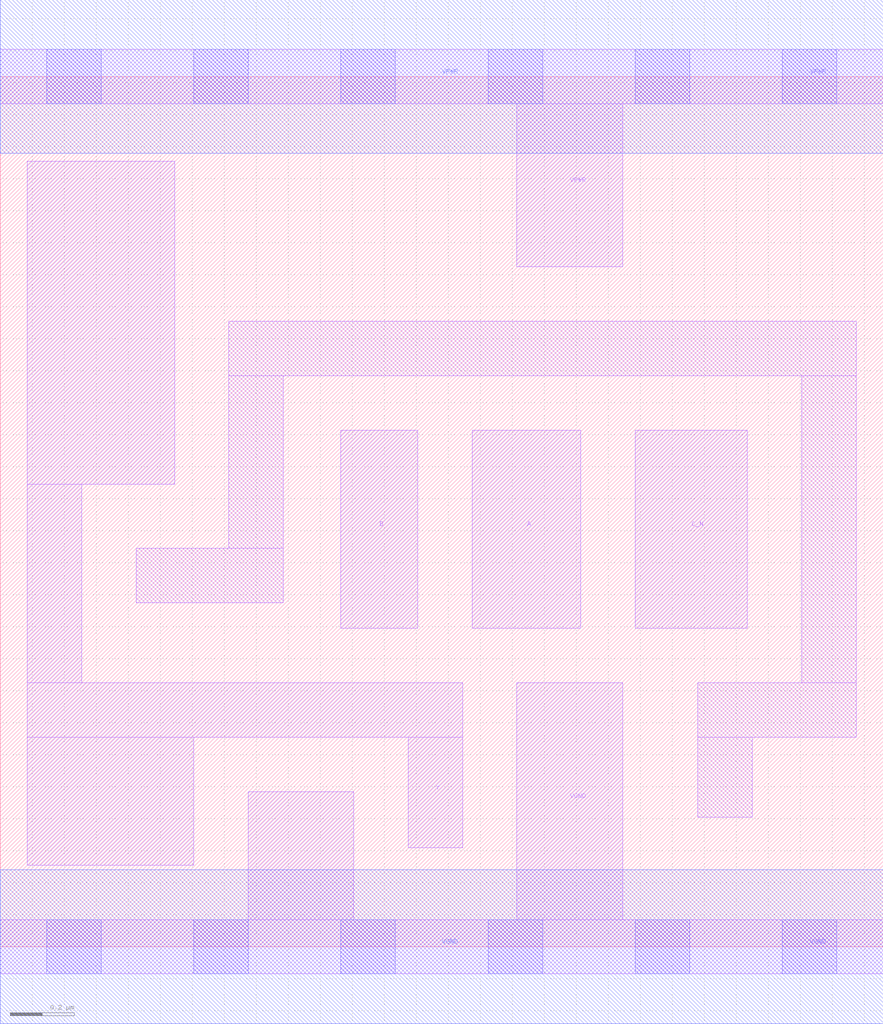
<source format=lef>
# Copyright 2020 The SkyWater PDK Authors
#
# Licensed under the Apache License, Version 2.0 (the "License");
# you may not use this file except in compliance with the License.
# You may obtain a copy of the License at
#
#     https://www.apache.org/licenses/LICENSE-2.0
#
# Unless required by applicable law or agreed to in writing, software
# distributed under the License is distributed on an "AS IS" BASIS,
# WITHOUT WARRANTIES OR CONDITIONS OF ANY KIND, either express or implied.
# See the License for the specific language governing permissions and
# limitations under the License.
#
# SPDX-License-Identifier: Apache-2.0

VERSION 5.7 ;
  NAMESCASESENSITIVE ON ;
  NOWIREEXTENSIONATPIN ON ;
  DIVIDERCHAR "/" ;
  BUSBITCHARS "[]" ;
UNITS
  DATABASE MICRONS 200 ;
END UNITS
MACRO sky130_fd_sc_hd__nor3b_1
  CLASS CORE ;
  SOURCE USER ;
  FOREIGN sky130_fd_sc_hd__nor3b_1 ;
  ORIGIN  0.000000  0.000000 ;
  SIZE  2.760000 BY  2.720000 ;
  SYMMETRY X Y R90 ;
  SITE unithd ;
  PIN A
    ANTENNAGATEAREA  0.247500 ;
    DIRECTION INPUT ;
    USE SIGNAL ;
    PORT
      LAYER li1 ;
        RECT 1.475000 0.995000 1.815000 1.615000 ;
    END
  END A
  PIN B
    ANTENNAGATEAREA  0.247500 ;
    DIRECTION INPUT ;
    USE SIGNAL ;
    PORT
      LAYER li1 ;
        RECT 1.065000 0.995000 1.305000 1.615000 ;
    END
  END B
  PIN C_N
    ANTENNAGATEAREA  0.126000 ;
    DIRECTION INPUT ;
    USE SIGNAL ;
    PORT
      LAYER li1 ;
        RECT 1.985000 0.995000 2.335000 1.615000 ;
    END
  END C_N
  PIN Y
    ANTENNADIFFAREA  0.716500 ;
    DIRECTION OUTPUT ;
    USE SIGNAL ;
    PORT
      LAYER li1 ;
        RECT 0.085000 0.255000 0.605000 0.655000 ;
        RECT 0.085000 0.655000 1.445000 0.825000 ;
        RECT 0.085000 0.825000 0.255000 1.445000 ;
        RECT 0.085000 1.445000 0.545000 2.455000 ;
        RECT 1.275000 0.310000 1.445000 0.655000 ;
    END
  END Y
  PIN VGND
    DIRECTION INOUT ;
    SHAPE ABUTMENT ;
    USE GROUND ;
    PORT
      LAYER li1 ;
        RECT 0.000000 -0.085000 2.760000 0.085000 ;
        RECT 0.775000  0.085000 1.105000 0.485000 ;
        RECT 1.615000  0.085000 1.945000 0.825000 ;
      LAYER mcon ;
        RECT 0.145000 -0.085000 0.315000 0.085000 ;
        RECT 0.605000 -0.085000 0.775000 0.085000 ;
        RECT 1.065000 -0.085000 1.235000 0.085000 ;
        RECT 1.525000 -0.085000 1.695000 0.085000 ;
        RECT 1.985000 -0.085000 2.155000 0.085000 ;
        RECT 2.445000 -0.085000 2.615000 0.085000 ;
      LAYER met1 ;
        RECT 0.000000 -0.240000 2.760000 0.240000 ;
    END
  END VGND
  PIN VPWR
    DIRECTION INOUT ;
    SHAPE ABUTMENT ;
    USE POWER ;
    PORT
      LAYER li1 ;
        RECT 0.000000 2.635000 2.760000 2.805000 ;
        RECT 1.615000 2.125000 1.945000 2.635000 ;
      LAYER mcon ;
        RECT 0.145000 2.635000 0.315000 2.805000 ;
        RECT 0.605000 2.635000 0.775000 2.805000 ;
        RECT 1.065000 2.635000 1.235000 2.805000 ;
        RECT 1.525000 2.635000 1.695000 2.805000 ;
        RECT 1.985000 2.635000 2.155000 2.805000 ;
        RECT 2.445000 2.635000 2.615000 2.805000 ;
      LAYER met1 ;
        RECT 0.000000 2.480000 2.760000 2.960000 ;
    END
  END VPWR
  OBS
    LAYER li1 ;
      RECT 0.425000 1.075000 0.885000 1.245000 ;
      RECT 0.715000 1.245000 0.885000 1.785000 ;
      RECT 0.715000 1.785000 2.675000 1.955000 ;
      RECT 2.180000 0.405000 2.350000 0.655000 ;
      RECT 2.180000 0.655000 2.675000 0.825000 ;
      RECT 2.505000 0.825000 2.675000 1.785000 ;
  END
END sky130_fd_sc_hd__nor3b_1

</source>
